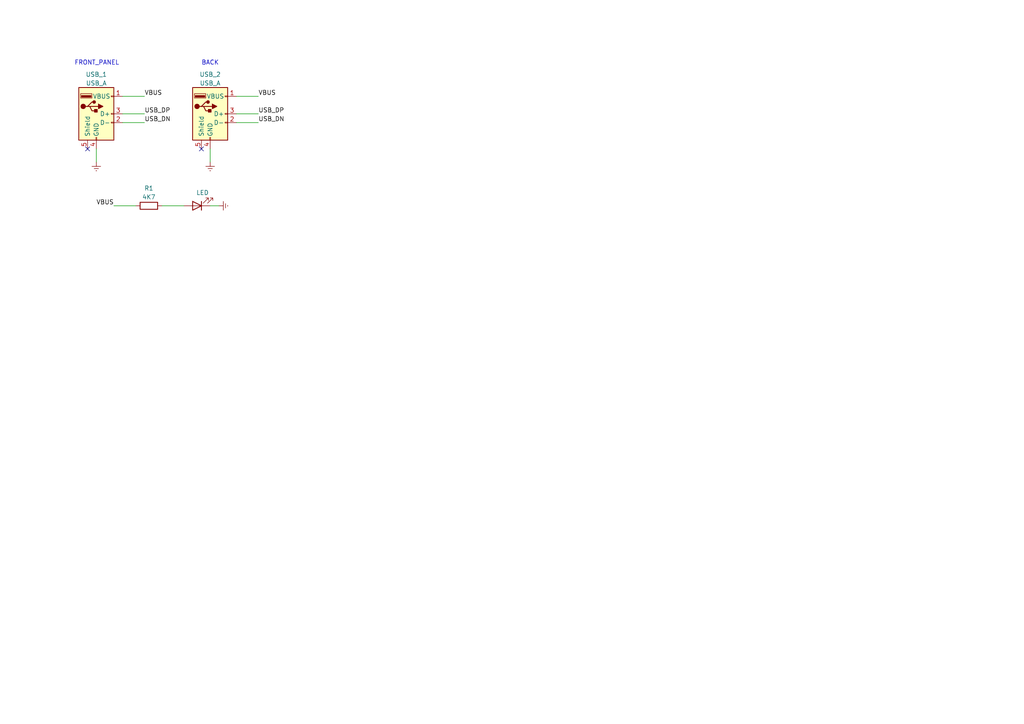
<source format=kicad_sch>
(kicad_sch (version 20230121) (generator eeschema)
  (paper "A4")
  (lib_symbols
    (symbol "Connector:USB_A" (pin_names (offset 1.016))
      (property "Reference" "J" (at -5.08 11.43 0))
      (property "Value" "USB_A" (at -5.08 8.89 0))
      (symbol "USB_A_0_1"
        (rectangle (start -5.08 -7.62) (end 5.08 7.62) (stroke (width 0.254)) (fill (type background)))
        (circle (center -3.81 2.159) (radius 0.635) (stroke (width 0.254)) (fill (type outline)))
        (rectangle (start -1.524 4.826) (end -4.318 5.334) (fill (type outline)))
        (rectangle (start -1.27 4.572) (end -4.572 5.842))
        (circle (center -0.635 3.429) (radius 0.381) (stroke (width 0.254)) (fill (type outline)))
        (rectangle (start -0.127 -7.62) (end 0.127 -6.858))
        (polyline (pts (xy -3.175 2.159) (xy -2.54 2.159) (xy -1.27 3.429) (xy -0.635 3.429)) (stroke (width 0.254)))
        (polyline (pts (xy -2.54 2.159) (xy -1.905 2.159) (xy -1.27 0.889) (xy 0 0.889)) (stroke (width 0.254)))
        (polyline (pts (xy 0.635 2.794) (xy 0.635 1.524) (xy 1.905 2.159) (xy 0.635 2.794)) (stroke (width 0.254)) (fill (type outline)))
        (rectangle (start 0.254 1.27) (end -0.508 0.508) (stroke (width 0.254)) (fill (type outline)))
        (rectangle (start 5.08 -2.667) (end 4.318 -2.413))
        (rectangle (start 5.08 -0.127) (end 4.318 0.127))
        (rectangle (start 5.08 4.953) (end 4.318 5.207))
      )
      (symbol "USB_A_1_1"
        (polyline (pts (xy -1.905 2.159) (xy 0.635 2.159)) (stroke (width 0.254)))
        (pin power_in line (at 7.62 5.08 180) (length 2.54) (name "VBUS") (number "1"))
        (pin bidirectional line (at 7.62 -2.54 180) (length 2.54) (name "D-") (number "2"))
        (pin bidirectional line (at 7.62 0 180) (length 2.54) (name "D+") (number "3"))
        (pin power_in line (at 0 -10.16 90) (length 2.54) (name "GND") (number "4"))
        (pin passive line (at -2.54 -10.16 90) (length 2.54) (name "Shield") (number "5"))
      )
    )
    (symbol "Device:LED" (pin_numbers hide) (pin_names (offset 1.016) hide)
      (property "Reference" "D" (at 0 2.54 0))
      (property "Value" "LED" (at 0 -2.54 0))
      (symbol "LED_0_1"
        (polyline (pts (xy -1.27 -1.27) (xy -1.27 1.27)) (stroke (width 0.254)))
        (polyline (pts (xy -1.27 0) (xy 1.27 0)))
        (polyline (pts (xy 1.27 -1.27) (xy 1.27 1.27) (xy -1.27 0) (xy 1.27 -1.27)) (stroke (width 0.254)))
        (polyline (pts (xy -3.048 -0.762) (xy -4.572 -2.286) (xy -3.81 -2.286) (xy -4.572 -2.286) (xy -4.572 -1.524)))
        (polyline (pts (xy -1.778 -0.762) (xy -3.302 -2.286) (xy -2.54 -2.286) (xy -3.302 -2.286) (xy -3.302 -1.524)))
      )
      (symbol "LED_1_1"
        (pin passive line (at -3.81 0 0) (length 2.54) (name "K") (number "1"))
        (pin passive line (at 3.81 0 180) (length 2.54) (name "A") (number "2"))
      )
    )
    (symbol "Device:R" (pin_numbers hide) (pin_names (offset 0))
      (property "Reference" "R" (at 2.032 0 90))
      (property "Value" "R" (at 0 0 90))
      (symbol "R_0_1"
        (rectangle (start -1.016 -2.54) (end 1.016 2.54) (stroke (width 0.254)))
      )
      (symbol "R_1_1"
        (pin passive line (at 0 3.81 270) (length 1.27) (name "~") (number "1"))
        (pin passive line (at 0 -3.81 90) (length 1.27) (name "~") (number "2"))
      )
    )
    (symbol "power:Earth" (power) (pin_names (offset 0))
      (symbol "Earth_0_1"
        (polyline (pts (xy -0.635 -1.905) (xy 0.635 -1.905)))
        (polyline (pts (xy -0.127 -2.54) (xy 0.127 -2.54)))
        (polyline (pts (xy 0 -1.27) (xy 0 0)))
        (polyline (pts (xy 1.27 -1.27) (xy -1.27 -1.27)))
      )
      (symbol "Earth_1_1"
        (pin power_in line (at 0 0 270) (length 0) hide (name "Earth") (number "1"))
      )
    )
  )
  (no_connect (at 25.4 43.18))
  (no_connect (at 58.42 43.18))
  (wire (pts (xy 60.96 59.69) (xy 63.5 59.69)))
  (wire (pts (xy 35.56 35.56) (xy 41.91 35.56)))
  (wire (pts (xy 68.58 35.56) (xy 74.93 35.56)))
  (wire (pts (xy 27.94 43.18) (xy 27.94 46.99)))
  (wire (pts (xy 46.99 59.69) (xy 53.34 59.69)))
  (wire (pts (xy 68.58 27.94) (xy 74.93 27.94)))
  (wire (pts (xy 35.56 27.94) (xy 41.91 27.94)))
  (wire (pts (xy 35.56 33.02) (xy 41.91 33.02)))
  (wire (pts (xy 60.96 43.18) (xy 60.96 46.99)))
  (wire (pts (xy 33.02 59.69) (xy 39.37 59.69)))
  (wire (pts (xy 68.58 33.02) (xy 74.93 33.02)))
  (text "BACK" (at 58.42 19.05 0) (effects (font (size 1.27 1.27)) (justify left bottom)))
  (text "FRONT_PANEL" (at 21.59 19.05 0) (effects (font (size 1.27 1.27)) (justify left bottom)))
  (label "USB_DP" (at 41.91 33.02 0))
  (label "USB_DN" (at 74.93 35.56 0))
  (label "USB_DN" (at 41.91 35.56 0))
  (label "VBUS" (at 74.93 27.94 0))
  (label "VBUS" (at 33.02 59.69 180))
  (label "USB_DP" (at 74.93 33.02 0))
  (label "VBUS" (at 41.91 27.94 0))
  (symbol (lib_id "Device:R") (at 43.18 59.69 90) (unit 1)
    (property "Reference" "R1" (at 43.18 54.61 90))
    (property "Value" "4K7" (at 43.18 57.15 90))
    (property "Footprint" "Eurorack:Resistor 0.25W Through-Hole" (effects hide))
  )
  (symbol (lib_id "Connector:USB_A") (at 60.96 33.02 0) (unit 1)
    (property "Reference" "USB_2" (at 60.96 21.59 0))
    (property "Value" "USB_A" (at 60.96 24.13 0))
    (property "Footprint" "Eurorack:CN22155 USB 2.0 Female Connector" (effects hide))
    (property "Datasheet" " ~" (effects hide))
  )
  (symbol (lib_id "power:Earth") (at 60.96 46.99 0) (unit 1)
    (property "Reference" "#PWR04" (effects hide))
    (property "Value" "Earth" (effects hide))
  )
  (symbol (lib_id "Device:LED") (at 57.15 59.69 180) (unit 1)
    (property "Reference" "LED1" (effects hide))
    (property "Value" "LED" (at 58.7375 55.88 0))
    (property "Footprint" "Eurorack:LED 3mm" (effects hide))
  )
  (symbol (lib_id "power:Earth") (at 27.94 46.99 0) (unit 1)
    (property "Reference" "#PWR01" (effects hide))
    (property "Value" "Earth" (effects hide))
  )
  (symbol (lib_id "Connector:USB_A") (at 27.94 33.02 0) (unit 1)
    (property "Reference" "USB_1" (at 27.94 21.59 0))
    (property "Value" "USB_A" (at 27.94 24.13 0))
    (property "Footprint" "Eurorack:CN22155 USB 2.0 Female Connector" (effects hide))
    (property "Datasheet" " ~" (effects hide))
  )
  (symbol (lib_id "power:Earth") (at 63.5 59.69 90) (unit 1)
    (property "Reference" "#PWR05" (effects hide))
    (property "Value" "Earth" (effects hide))
  )
)
</source>
